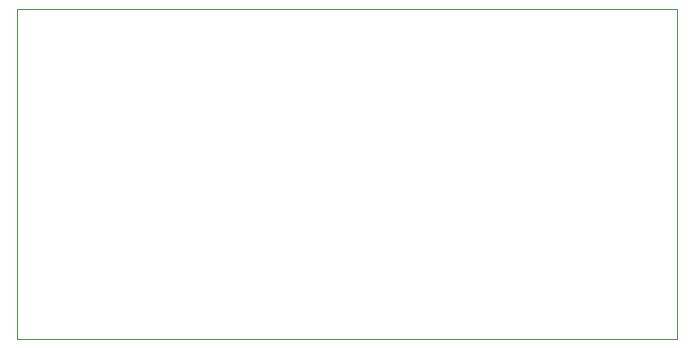
<source format=gbr>
%TF.GenerationSoftware,KiCad,Pcbnew,7.0.11+dfsg-1build4*%
%TF.CreationDate,2026-01-30T16:30:13+11:00*%
%TF.ProjectId,desk-controller,6465736b-2d63-46f6-9e74-726f6c6c6572,rev?*%
%TF.SameCoordinates,Original*%
%TF.FileFunction,Legend,Bot*%
%TF.FilePolarity,Positive*%
%FSLAX46Y46*%
G04 Gerber Fmt 4.6, Leading zero omitted, Abs format (unit mm)*
G04 Created by KiCad (PCBNEW 7.0.11+dfsg-1build4) date 2026-01-30 16:30:13*
%MOMM*%
%LPD*%
G01*
G04 APERTURE LIST*
%ADD10C,0.100000*%
G04 APERTURE END LIST*
D10*
%TO.C,U1*%
X164480000Y-109460000D02*
X108600000Y-109460000D01*
X108600000Y-109460000D02*
X108600000Y-137400000D01*
X164480000Y-137400000D02*
X164480000Y-109460000D01*
X108600000Y-137400000D02*
X164480000Y-137400000D01*
%TD*%
M02*

</source>
